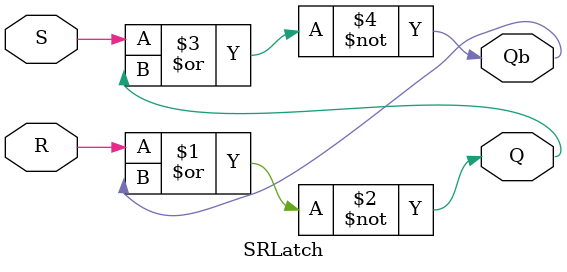
<source format=v>
`timescale 1ns / 1ps


module SRLatch(output Q,Qb, input S,R);

    //Logic
    nor G1(Q,R,Qb);
    nor G2(Qb,S,Q);
    
endmodule

</source>
